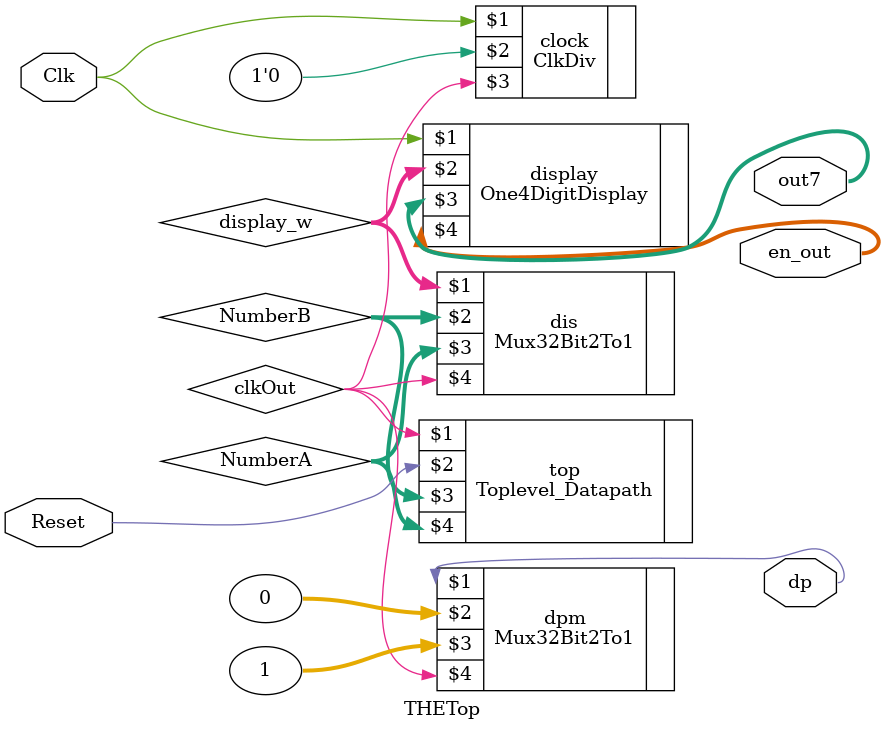
<source format=v>
`timescale 1ns / 1ps


module THETop(Clk, Reset, out7, en_out, dp);
input Clk, Reset;
wire [31:0] NumberA, NumberB;
wire [15:0] display_w;

output [6:0] out7; //seg a, b, ... g
output [3:0] en_out;
output wire dp;

Mux32Bit2To1 dis(display_w, NumberB, NumberA, clkOut);
Mux32Bit2To1 dpm(dp, 0, 1, clkOut);

ClkDiv clock(Clk, 1'b0, clkOut);

One4DigitDisplay display(Clk, display_w, out7, en_out);

Toplevel_Datapath top(clkOut, Reset, NumberB, NumberA);


endmodule
</source>
